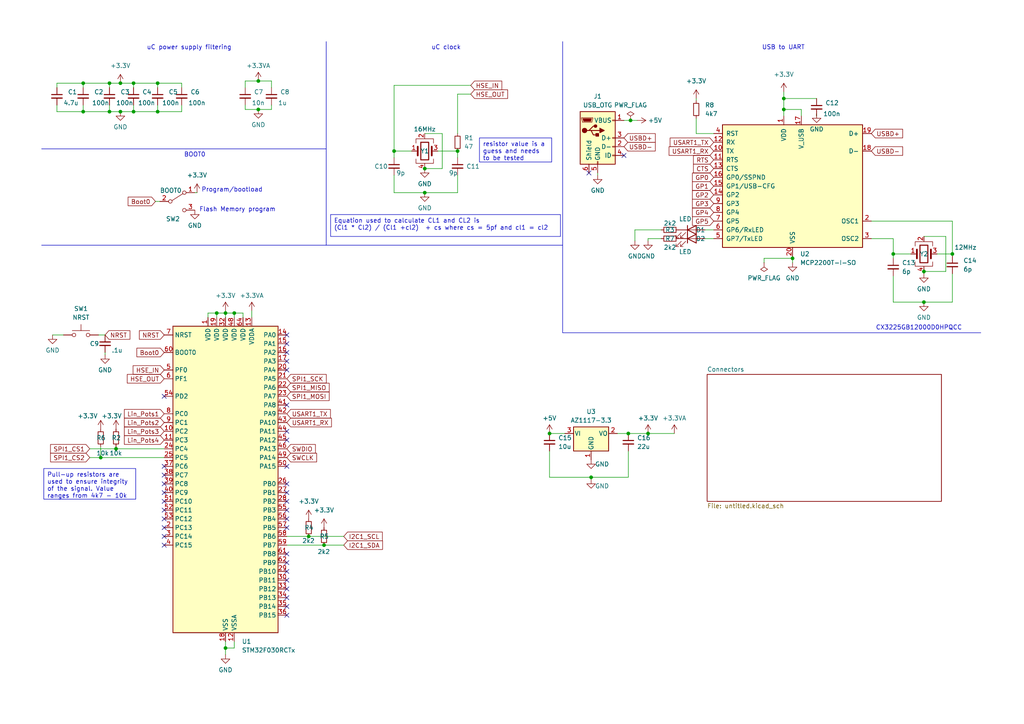
<source format=kicad_sch>
(kicad_sch (version 20230121) (generator eeschema)
  (paper "A4")
  (title_block (date "2023-10-29"))
  (lib_symbols
    (symbol "Connector:USB_OTG" (pin_names (offset 1.016))
      (property "Reference" "J" (at -5.08 11.43 0))
      (property "Value" "USB_OTG" (at -5.08 8.89 0))
      (symbol "USB_OTG_0_1"
        (rectangle (start -5.08 -7.62) (end 5.08 7.62) (stroke (width 0.254)) (fill (type background)))
        (circle (center -3.81 2.159) (radius 0.635) (stroke (width 0.254)) (fill (type outline)))
        (circle (center -0.635 3.429) (radius 0.381) (stroke (width 0.254)) (fill (type outline)))
        (rectangle (start -0.127 -7.62) (end 0.127 -6.858))
        (polyline (pts (xy -1.905 2.159) (xy 0.635 2.159)) (stroke (width 0.254)))
        (polyline (pts (xy -3.175 2.159) (xy -2.54 2.159) (xy -1.27 3.429) (xy -0.635 3.429)) (stroke (width 0.254)))
        (polyline (pts (xy -2.54 2.159) (xy -1.905 2.159) (xy -1.27 0.889) (xy 0 0.889)) (stroke (width 0.254)))
        (polyline (pts (xy 0.635 2.794) (xy 0.635 1.524) (xy 1.905 2.159) (xy 0.635 2.794)) (stroke (width 0.254)) (fill (type outline)))
        (polyline (pts (xy -4.318 5.588) (xy -1.778 5.588) (xy -2.032 4.826) (xy -4.064 4.826) (xy -4.318 5.588)) (fill (type outline)))
        (polyline (pts (xy -4.699 5.842) (xy -4.699 5.588) (xy -4.445 4.826) (xy -4.445 4.572) (xy -1.651 4.572) (xy -1.651 4.826) (xy -1.397 5.588) (xy -1.397 5.842) (xy -4.699 5.842)))
        (rectangle (start 0.254 1.27) (end -0.508 0.508) (stroke (width 0.254)) (fill (type outline)))
        (rectangle (start 5.08 -5.207) (end 4.318 -4.953))
        (rectangle (start 5.08 -2.667) (end 4.318 -2.413))
        (rectangle (start 5.08 -0.127) (end 4.318 0.127))
        (rectangle (start 5.08 4.953) (end 4.318 5.207))
      )
      (symbol "USB_OTG_1_1"
        (pin passive line (at 7.62 5.08 180) (length 2.54) (name "VBUS") (number "1"))
        (pin bidirectional line (at 7.62 -2.54 180) (length 2.54) (name "D-") (number "2"))
        (pin bidirectional line (at 7.62 0 180) (length 2.54) (name "D+") (number "3"))
        (pin passive line (at 7.62 -5.08 180) (length 2.54) (name "ID") (number "4"))
        (pin passive line (at 0 -10.16 90) (length 2.54) (name "GND") (number "5"))
        (pin passive line (at -2.54 -10.16 90) (length 2.54) (name "Shield") (number "6"))
      )
    )
    (symbol "Device:C_Small" (pin_numbers hide) (pin_names (offset 0.254) hide)
      (property "Reference" "C" (at 0.254 1.778 0))
      (property "Value" "C_Small" (at 0.254 -2.032 0))
      (symbol "C_Small_0_1"
        (polyline (pts (xy -1.524 -0.508) (xy 1.524 -0.508)) (stroke (width 0.3302)))
        (polyline (pts (xy -1.524 0.508) (xy 1.524 0.508)) (stroke (width 0.3048)))
      )
      (symbol "C_Small_1_1"
        (pin passive line (at 0 2.54 270) (length 2.032) (name "~") (number "1"))
        (pin passive line (at 0 -2.54 90) (length 2.032) (name "~") (number "2"))
      )
    )
    (symbol "Device:Crystal_GND24" (pin_names (offset 1.016) hide)
      (property "Reference" "Y" (at 3.175 5.08 0))
      (property "Value" "Crystal_GND24" (at 3.175 3.175 0))
      (symbol "Crystal_GND24_0_1"
        (rectangle (start -1.143 2.54) (end 1.143 -2.54) (stroke (width 0.3048)))
        (polyline (pts (xy -2.54 0) (xy -2.032 0)))
        (polyline (pts (xy -2.032 -1.27) (xy -2.032 1.27)) (stroke (width 0.508)))
        (polyline (pts (xy 0 -3.81) (xy 0 -3.556)))
        (polyline (pts (xy 0 3.556) (xy 0 3.81)))
        (polyline (pts (xy 2.032 -1.27) (xy 2.032 1.27)) (stroke (width 0.508)))
        (polyline (pts (xy 2.032 0) (xy 2.54 0)))
        (polyline (pts (xy -2.54 -2.286) (xy -2.54 -3.556) (xy 2.54 -3.556) (xy 2.54 -2.286)))
        (polyline (pts (xy -2.54 2.286) (xy -2.54 3.556) (xy 2.54 3.556) (xy 2.54 2.286)))
      )
      (symbol "Crystal_GND24_1_1"
        (pin passive line (at -3.81 0 0) (length 1.27) (name "1") (number "1"))
        (pin passive line (at 0 5.08 270) (length 1.27) (name "2") (number "2"))
        (pin passive line (at 3.81 0 180) (length 1.27) (name "3") (number "3"))
        (pin passive line (at 0 -5.08 90) (length 1.27) (name "4") (number "4"))
      )
    )
    (symbol "Device:LED" (pin_numbers hide) (pin_names (offset 1.016) hide)
      (property "Reference" "D" (at 0 2.54 0))
      (property "Value" "LED" (at 0 -2.54 0))
      (symbol "LED_0_1"
        (polyline (pts (xy -1.27 -1.27) (xy -1.27 1.27)) (stroke (width 0.254)))
        (polyline (pts (xy -1.27 0) (xy 1.27 0)))
        (polyline (pts (xy 1.27 -1.27) (xy 1.27 1.27) (xy -1.27 0) (xy 1.27 -1.27)) (stroke (width 0.254)))
        (polyline (pts (xy -3.048 -0.762) (xy -4.572 -2.286) (xy -3.81 -2.286) (xy -4.572 -2.286) (xy -4.572 -1.524)))
        (polyline (pts (xy -1.778 -0.762) (xy -3.302 -2.286) (xy -2.54 -2.286) (xy -3.302 -2.286) (xy -3.302 -1.524)))
      )
      (symbol "LED_1_1"
        (pin passive line (at -3.81 0 0) (length 2.54) (name "K") (number "1"))
        (pin passive line (at 3.81 0 180) (length 2.54) (name "A") (number "2"))
      )
    )
    (symbol "Device:R_Small" (pin_numbers hide) (pin_names (offset 0.254) hide)
      (property "Reference" "R" (at 0.762 0.508 0))
      (property "Value" "R_Small" (at 0.762 -1.016 0))
      (symbol "R_Small_0_1"
        (rectangle (start -0.762 1.778) (end 0.762 -1.778) (stroke (width 0.2032)))
      )
      (symbol "R_Small_1_1"
        (pin passive line (at 0 2.54 270) (length 0.762) (name "~") (number "1"))
        (pin passive line (at 0 -2.54 90) (length 0.762) (name "~") (number "2"))
      )
    )
    (symbol "Interface_USB:MCP2200T-I-SO" (pin_names (offset 1.016))
      (property "Reference" "U" (at -20.32 -19.05 0))
      (property "Value" "MCP2200T-I-SO" (at -20.32 19.05 0))
      (symbol "MCP2200T-I-SO_0_1"
        (rectangle (start -20.32 17.78) (end 20.32 -17.78) (stroke (width 0.254)) (fill (type background)))
      )
      (symbol "MCP2200T-I-SO_1_1"
        (pin power_in line (at -2.54 20.32 270) (length 2.54) (name "VDD") (number "1"))
        (pin output line (at -22.86 10.16 0) (length 2.54) (name "TX") (number "10"))
        (pin output line (at -22.86 7.62 0) (length 2.54) (name "RTS") (number "11"))
        (pin input line (at -22.86 12.7 0) (length 2.54) (name "RX") (number "12"))
        (pin input line (at -22.86 5.08 0) (length 2.54) (name "CTS") (number "13"))
        (pin bidirectional line (at -22.86 -2.54 0) (length 2.54) (name "GP2") (number "14"))
        (pin bidirectional line (at -22.86 0 0) (length 2.54) (name "GP1/USB-CFG") (number "15"))
        (pin bidirectional line (at -22.86 2.54 0) (length 2.54) (name "GP0/SSPND") (number "16"))
        (pin power_in line (at 2.54 20.32 270) (length 2.54) (name "V_USB") (number "17"))
        (pin bidirectional line (at 22.86 10.16 180) (length 2.54) (name "D-") (number "18"))
        (pin bidirectional line (at 22.86 15.24 180) (length 2.54) (name "D+") (number "19"))
        (pin input line (at 22.86 -10.16 180) (length 2.54) (name "OSC1") (number "2"))
        (pin power_in line (at 0 -20.32 90) (length 2.54) (name "VSS") (number "20"))
        (pin output line (at 22.86 -15.24 180) (length 2.54) (name "OSC2") (number "3"))
        (pin input line (at -22.86 15.24 0) (length 2.54) (name "RST") (number "4"))
        (pin bidirectional line (at -22.86 -15.24 0) (length 2.54) (name "GP7/TxLED") (number "5"))
        (pin bidirectional line (at -22.86 -12.7 0) (length 2.54) (name "GP6/RxLED") (number "6"))
        (pin bidirectional line (at -22.86 -10.16 0) (length 2.54) (name "GP5") (number "7"))
        (pin bidirectional line (at -22.86 -7.62 0) (length 2.54) (name "GP4") (number "8"))
        (pin bidirectional line (at -22.86 -5.08 0) (length 2.54) (name "GP3") (number "9"))
      )
    )
    (symbol "MCU_ST_STM32F0:STM32F030RCTx"
      (property "Reference" "U" (at -15.24 46.99 0))
      (property "Value" "STM32F030RCTx" (at 10.16 46.99 0))
      (symbol "STM32F030RCTx_0_1"
        (rectangle (start -15.24 -43.18) (end 15.24 45.72) (stroke (width 0.254)) (fill (type background)))
      )
      (symbol "STM32F030RCTx_1_1"
        (pin power_in line (at -5.08 48.26 270) (length 2.54) (name "VDD") (number "1"))
        (pin bidirectional line (at -17.78 15.24 0) (length 2.54) (name "PC2") (number "10"))
        (pin bidirectional line (at -17.78 12.7 0) (length 2.54) (name "PC3") (number "11"))
        (pin power_in line (at 2.54 -45.72 90) (length 2.54) (name "VSSA") (number "12"))
        (pin power_in line (at 7.62 48.26 270) (length 2.54) (name "VDDA") (number "13"))
        (pin bidirectional line (at 17.78 43.18 180) (length 2.54) (name "PA0") (number "14"))
        (pin bidirectional line (at 17.78 40.64 180) (length 2.54) (name "PA1") (number "15"))
        (pin bidirectional line (at 17.78 38.1 180) (length 2.54) (name "PA2") (number "16"))
        (pin bidirectional line (at 17.78 35.56 180) (length 2.54) (name "PA3") (number "17"))
        (pin power_in line (at 0 -45.72 90) (length 2.54) (name "VSS") (number "18"))
        (pin power_in line (at -2.54 48.26 270) (length 2.54) (name "VDD") (number "19"))
        (pin bidirectional line (at -17.78 -12.7 0) (length 2.54) (name "PC13") (number "2"))
        (pin bidirectional line (at 17.78 33.02 180) (length 2.54) (name "PA4") (number "20"))
        (pin bidirectional line (at 17.78 30.48 180) (length 2.54) (name "PA5") (number "21"))
        (pin bidirectional line (at 17.78 27.94 180) (length 2.54) (name "PA6") (number "22"))
        (pin bidirectional line (at 17.78 25.4 180) (length 2.54) (name "PA7") (number "23"))
        (pin bidirectional line (at -17.78 10.16 0) (length 2.54) (name "PC4") (number "24"))
        (pin bidirectional line (at -17.78 7.62 0) (length 2.54) (name "PC5") (number "25"))
        (pin bidirectional line (at 17.78 0 180) (length 2.54) (name "PB0") (number "26"))
        (pin bidirectional line (at 17.78 -2.54 180) (length 2.54) (name "PB1") (number "27"))
        (pin bidirectional line (at 17.78 -5.08 180) (length 2.54) (name "PB2") (number "28"))
        (pin bidirectional line (at 17.78 -25.4 180) (length 2.54) (name "PB10") (number "29"))
        (pin bidirectional line (at -17.78 -15.24 0) (length 2.54) (name "PC14") (number "3"))
        (pin bidirectional line (at 17.78 -27.94 180) (length 2.54) (name "PB11") (number "30"))
        (pin passive line (at 0 -45.72 90) (length 2.54) hide (name "VSS") (number "31"))
        (pin power_in line (at 0 48.26 270) (length 2.54) (name "VDD") (number "32"))
        (pin bidirectional line (at 17.78 -30.48 180) (length 2.54) (name "PB12") (number "33"))
        (pin bidirectional line (at 17.78 -33.02 180) (length 2.54) (name "PB13") (number "34"))
        (pin bidirectional line (at 17.78 -35.56 180) (length 2.54) (name "PB14") (number "35"))
        (pin bidirectional line (at 17.78 -38.1 180) (length 2.54) (name "PB15") (number "36"))
        (pin bidirectional line (at -17.78 5.08 0) (length 2.54) (name "PC6") (number "37"))
        (pin bidirectional line (at -17.78 2.54 0) (length 2.54) (name "PC7") (number "38"))
        (pin bidirectional line (at -17.78 0 0) (length 2.54) (name "PC8") (number "39"))
        (pin bidirectional line (at -17.78 -17.78 0) (length 2.54) (name "PC15") (number "4"))
        (pin bidirectional line (at -17.78 -2.54 0) (length 2.54) (name "PC9") (number "40"))
        (pin bidirectional line (at 17.78 22.86 180) (length 2.54) (name "PA8") (number "41"))
        (pin bidirectional line (at 17.78 20.32 180) (length 2.54) (name "PA9") (number "42"))
        (pin bidirectional line (at 17.78 17.78 180) (length 2.54) (name "PA10") (number "43"))
        (pin bidirectional line (at 17.78 15.24 180) (length 2.54) (name "PA11") (number "44"))
        (pin bidirectional line (at 17.78 12.7 180) (length 2.54) (name "PA12") (number "45"))
        (pin bidirectional line (at 17.78 10.16 180) (length 2.54) (name "PA13") (number "46"))
        (pin passive line (at 0 -45.72 90) (length 2.54) hide (name "VSS") (number "47"))
        (pin power_in line (at 2.54 48.26 270) (length 2.54) (name "VDD") (number "48"))
        (pin bidirectional line (at 17.78 7.62 180) (length 2.54) (name "PA14") (number "49"))
        (pin bidirectional line (at -17.78 33.02 0) (length 2.54) (name "PF0") (number "5"))
        (pin bidirectional line (at 17.78 5.08 180) (length 2.54) (name "PA15") (number "50"))
        (pin bidirectional line (at -17.78 -5.08 0) (length 2.54) (name "PC10") (number "51"))
        (pin bidirectional line (at -17.78 -7.62 0) (length 2.54) (name "PC11") (number "52"))
        (pin bidirectional line (at -17.78 -10.16 0) (length 2.54) (name "PC12") (number "53"))
        (pin bidirectional line (at -17.78 25.4 0) (length 2.54) (name "PD2") (number "54"))
        (pin bidirectional line (at 17.78 -7.62 180) (length 2.54) (name "PB3") (number "55"))
        (pin bidirectional line (at 17.78 -10.16 180) (length 2.54) (name "PB4") (number "56"))
        (pin bidirectional line (at 17.78 -12.7 180) (length 2.54) (name "PB5") (number "57"))
        (pin bidirectional line (at 17.78 -15.24 180) (length 2.54) (name "PB6") (number "58"))
        (pin bidirectional line (at 17.78 -17.78 180) (length 2.54) (name "PB7") (number "59"))
        (pin bidirectional line (at -17.78 30.48 0) (length 2.54) (name "PF1") (number "6"))
        (pin input line (at -17.78 38.1 0) (length 2.54) (name "BOOT0") (number "60"))
        (pin bidirectional line (at 17.78 -20.32 180) (length 2.54) (name "PB8") (number "61"))
        (pin bidirectional line (at 17.78 -22.86 180) (length 2.54) (name "PB9") (number "62"))
        (pin passive line (at 0 -45.72 90) (length 2.54) hide (name "VSS") (number "63"))
        (pin power_in line (at 5.08 48.26 270) (length 2.54) (name "VDD") (number "64"))
        (pin input line (at -17.78 43.18 0) (length 2.54) (name "NRST") (number "7"))
        (pin bidirectional line (at -17.78 20.32 0) (length 2.54) (name "PC0") (number "8"))
        (pin bidirectional line (at -17.78 17.78 0) (length 2.54) (name "PC1") (number "9"))
      )
    )
    (symbol "Regulator_Linear:AZ1117-3.3" (pin_names (offset 0.254))
      (property "Reference" "U" (at -3.81 3.175 0))
      (property "Value" "AZ1117-3.3" (at 0 3.175 0))
      (symbol "AZ1117-3.3_0_1"
        (rectangle (start -5.08 1.905) (end 5.08 -5.08) (stroke (width 0.254)) (fill (type background)))
      )
      (symbol "AZ1117-3.3_1_1"
        (pin power_in line (at 0 -7.62 90) (length 2.54) (name "GND") (number "1"))
        (pin power_out line (at 7.62 0 180) (length 2.54) (name "VO") (number "2"))
        (pin power_in line (at -7.62 0 0) (length 2.54) (name "VI") (number "3"))
      )
    )
    (symbol "Switch:SW_Push" (pin_numbers hide) (pin_names (offset 1.016) hide)
      (property "Reference" "SW" (at 1.27 2.54 0))
      (property "Value" "SW_Push" (at 0 -1.524 0))
      (symbol "SW_Push_0_1"
        (circle (center -2.032 0) (radius 0.508))
        (polyline (pts (xy 0 1.27) (xy 0 3.048)))
        (polyline (pts (xy 2.54 1.27) (xy -2.54 1.27)))
        (circle (center 2.032 0) (radius 0.508))
        (pin passive line (at -5.08 0 0) (length 2.54) (name "1") (number "1"))
        (pin passive line (at 5.08 0 180) (length 2.54) (name "2") (number "2"))
      )
    )
    (symbol "Switch:SW_SPDT" (pin_names (offset 0) hide)
      (property "Reference" "SW" (at 0 4.318 0))
      (property "Value" "SW_SPDT" (at 0 -5.08 0))
      (symbol "SW_SPDT_0_0"
        (circle (center -2.032 0) (radius 0.508))
        (circle (center 2.032 -2.54) (radius 0.508))
      )
      (symbol "SW_SPDT_0_1"
        (polyline (pts (xy -1.524 0.254) (xy 1.651 2.286)))
        (circle (center 2.032 2.54) (radius 0.508))
      )
      (symbol "SW_SPDT_1_1"
        (pin passive line (at 5.08 2.54 180) (length 2.54) (name "A") (number "1"))
        (pin passive line (at -5.08 0 0) (length 2.54) (name "B") (number "2"))
        (pin passive line (at 5.08 -2.54 180) (length 2.54) (name "C") (number "3"))
      )
    )
    (symbol "power:+3.3V" (power) (pin_names (offset 0))
      (property "Value" "+3.3V" (at 0 3.556 0))
      (symbol "+3.3V_0_1"
        (polyline (pts (xy -0.762 1.27) (xy 0 2.54)))
        (polyline (pts (xy 0 0) (xy 0 2.54)))
        (polyline (pts (xy 0 2.54) (xy 0.762 1.27)))
      )
      (symbol "+3.3V_1_1"
        (pin power_in line (at 0 0 90) (length 0) hide (name "+3.3V") (number "1"))
      )
    )
    (symbol "power:+3.3VA" (power) (pin_names (offset 0))
      (property "Value" "+3.3VA" (at 0 3.556 0))
      (symbol "+3.3VA_0_1"
        (polyline (pts (xy -0.762 1.27) (xy 0 2.54)))
        (polyline (pts (xy 0 0) (xy 0 2.54)))
        (polyline (pts (xy 0 2.54) (xy 0.762 1.27)))
      )
      (symbol "+3.3VA_1_1"
        (pin power_in line (at 0 0 90) (length 0) hide (name "+3.3VA") (number "1"))
      )
    )
    (symbol "power:+5V" (power) (pin_names (offset 0))
      (property "Value" "+5V" (at 0 3.556 0))
      (symbol "+5V_0_1"
        (polyline (pts (xy -0.762 1.27) (xy 0 2.54)))
        (polyline (pts (xy 0 0) (xy 0 2.54)))
        (polyline (pts (xy 0 2.54) (xy 0.762 1.27)))
      )
      (symbol "+5V_1_1"
        (pin power_in line (at 0 0 90) (length 0) hide (name "+5V") (number "1"))
      )
    )
    (symbol "power:GND" (power) (pin_names (offset 0))
      (property "Value" "GND" (at 0 -3.81 0))
      (symbol "GND_0_1"
        (polyline (pts (xy 0 0) (xy 0 -1.27) (xy 1.27 -1.27) (xy 0 -2.54) (xy -1.27 -1.27) (xy 0 -1.27)))
      )
      (symbol "GND_1_1"
        (pin power_in line (at 0 0 270) (length 0) hide (name "GND") (number "1"))
      )
    )
    (symbol "power:PWR_FLAG" (power) (pin_numbers hide) (pin_names (offset 0) hide)
      (property "Value" "PWR_FLAG" (at 0 3.81 0))
      (symbol "PWR_FLAG_0_0"
        (pin power_out line (at 0 0 90) (length 0) (name "pwr") (number "1"))
      )
      (symbol "PWR_FLAG_0_1"
        (polyline (pts (xy 0 0) (xy 0 1.27) (xy -1.016 1.905) (xy 0 2.54) (xy 1.016 1.905) (xy 0 1.27)))
      )
    )
  )
  (junction (at 123.19 48.895))
  (junction (at 182.88 34.925))
  (junction (at 45.72 24.13))
  (junction (at 29.21 132.715))
  (junction (at 31.75 32.385))
  (junction (at 114.3 43.815))
  (junction (at 229.87 74.93))
  (junction (at 67.945 90.805))
  (junction (at 31.75 24.13))
  (junction (at 187.96 125.73))
  (junction (at 34.925 24.13))
  (junction (at 38.735 24.13))
  (junction (at 171.45 138.43))
  (junction (at 132.715 43.815))
  (junction (at 74.93 23.495))
  (junction (at 38.735 32.385))
  (junction (at 45.72 32.385))
  (junction (at 259.08 73.66))
  (junction (at 267.97 78.74))
  (junction (at 182.245 125.73))
  (junction (at 227.33 28.575))
  (junction (at 24.13 24.13))
  (junction (at 159.385 125.73))
  (junction (at 34.925 32.385))
  (junction (at 65.405 187.96))
  (junction (at 89.535 155.575))
  (junction (at 74.93 31.75))
  (junction (at 123.19 55.88))
  (junction (at 227.33 31.75))
  (junction (at 65.405 90.805))
  (junction (at 276.225 73.66))
  (junction (at 267.97 87.63))
  (junction (at 62.865 90.805))
  (junction (at 33.655 130.175))
  (junction (at 24.13 32.385))
  (junction (at 93.98 158.115))
  (no_connect (at 83.185 168.275))
  (no_connect (at 83.185 173.355))
  (no_connect (at 83.185 142.875))
  (no_connect (at 83.185 147.955))
  (no_connect (at 47.625 153.035))
  (no_connect (at 47.625 155.575))
  (no_connect (at 47.625 147.955))
  (no_connect (at 47.625 114.935))
  (no_connect (at 83.185 135.255))
  (no_connect (at 83.185 170.815))
  (no_connect (at 83.185 140.335))
  (no_connect (at 83.185 125.095))
  (no_connect (at 83.185 163.195))
  (no_connect (at 83.185 102.235))
  (no_connect (at 180.975 45.085))
  (no_connect (at 83.185 153.035))
  (no_connect (at 83.185 145.415))
  (no_connect (at 83.185 107.315))
  (no_connect (at 47.625 158.115))
  (no_connect (at 83.185 150.495))
  (no_connect (at 83.185 175.895))
  (no_connect (at 47.625 135.255))
  (no_connect (at 170.815 50.165))
  (no_connect (at 83.185 178.435))
  (no_connect (at 83.185 165.735))
  (no_connect (at 47.625 150.495))
  (no_connect (at 83.185 160.655))
  (no_connect (at 83.185 127.635))
  (no_connect (at 47.625 140.335))
  (no_connect (at 47.625 145.415))
  (no_connect (at 83.185 97.155))
  (no_connect (at 47.625 142.875))
  (no_connect (at 83.185 117.475))
  (no_connect (at 83.185 104.775))
  (no_connect (at 83.185 99.695))
  (no_connect (at 47.625 137.795))
  (polyline (pts (xy 94.615 71.12) (xy 163.195 71.12)))
  (wire (pts (xy 119.38 43.815) (xy 114.3 43.815)))
  (wire (pts (xy 184.785 34.925) (xy 182.88 34.925)))
  (wire (pts (xy 34.925 24.13) (xy 38.735 24.13)))
  (wire (pts (xy 99.695 158.115) (xy 93.98 158.115)))
  (wire (pts (xy 78.74 31.75) (xy 78.74 30.48)))
  (wire (pts (xy 16.51 32.385) (xy 24.13 32.385)))
  (wire (pts (xy 33.655 130.175) (xy 47.625 130.175)))
  (wire (pts (xy 132.715 45.72) (xy 132.715 43.815)))
  (polyline (pts (xy 163.195 96.52) (xy 284.48 96.52)))
  (wire (pts (xy 114.3 55.88) (xy 123.19 55.88)))
  (wire (pts (xy 123.19 38.735) (xy 128.27 38.735)))
  (wire (pts (xy 123.19 55.88) (xy 132.715 55.88)))
  (wire (pts (xy 191.77 66.675) (xy 184.15 66.675)))
  (wire (pts (xy 128.27 38.735) (xy 128.27 48.895)))
  (wire (pts (xy 60.325 92.075) (xy 60.325 90.805)))
  (wire (pts (xy 114.3 24.765) (xy 136.525 24.765)))
  (wire (pts (xy 93.98 158.115) (xy 83.185 158.115)))
  (wire (pts (xy 29.21 129.54) (xy 29.21 132.715)))
  (wire (pts (xy 33.655 129.54) (xy 33.655 130.175)))
  (wire (pts (xy 132.715 55.88) (xy 132.715 50.8)))
  (wire (pts (xy 99.695 155.575) (xy 89.535 155.575)))
  (wire (pts (xy 65.405 90.17) (xy 65.405 90.805)))
  (wire (pts (xy 26.035 132.715) (xy 29.21 132.715)))
  (wire (pts (xy 171.45 139.065) (xy 171.45 138.43)))
  (wire (pts (xy 182.245 138.43) (xy 182.245 130.81)))
  (wire (pts (xy 38.735 24.13) (xy 45.72 24.13)))
  (wire (pts (xy 89.535 155.575) (xy 83.185 155.575)))
  (wire (pts (xy 78.74 23.495) (xy 78.74 25.4)))
  (wire (pts (xy 15.24 97.155) (xy 18.415 97.155)))
  (wire (pts (xy 31.75 24.13) (xy 34.925 24.13)))
  (wire (pts (xy 38.735 25.4) (xy 38.735 24.13)))
  (wire (pts (xy 26.035 130.175) (xy 33.655 130.175)))
  (wire (pts (xy 267.97 87.63) (xy 276.225 87.63)))
  (wire (pts (xy 16.51 30.48) (xy 16.51 32.385)))
  (wire (pts (xy 71.12 31.75) (xy 74.93 31.75)))
  (wire (pts (xy 62.865 90.805) (xy 65.405 90.805)))
  (wire (pts (xy 159.385 138.43) (xy 171.45 138.43)))
  (wire (pts (xy 267.97 79.375) (xy 267.97 78.74)))
  (wire (pts (xy 114.3 43.815) (xy 114.3 45.72)))
  (polyline (pts (xy 94.615 12.065) (xy 94.615 43.18)))
  (wire (pts (xy 276.225 74.295) (xy 276.225 73.66)))
  (wire (pts (xy 232.41 31.75) (xy 232.41 33.655)))
  (wire (pts (xy 24.13 24.13) (xy 24.13 25.4)))
  (wire (pts (xy 276.225 87.63) (xy 276.225 79.375)))
  (wire (pts (xy 182.88 34.925) (xy 180.975 34.925)))
  (wire (pts (xy 52.705 24.13) (xy 52.705 25.4)))
  (wire (pts (xy 45.72 32.385) (xy 52.705 32.385)))
  (wire (pts (xy 259.08 80.01) (xy 259.08 87.63)))
  (wire (pts (xy 38.735 32.385) (xy 45.72 32.385)))
  (wire (pts (xy 132.715 43.815) (xy 127 43.815)))
  (wire (pts (xy 16.51 24.13) (xy 24.13 24.13)))
  (wire (pts (xy 184.15 66.675) (xy 184.15 69.85)))
  (wire (pts (xy 71.12 23.495) (xy 74.93 23.495)))
  (wire (pts (xy 259.08 69.215) (xy 252.73 69.215)))
  (wire (pts (xy 182.245 125.73) (xy 187.96 125.73)))
  (wire (pts (xy 132.715 27.305) (xy 132.715 38.735)))
  (wire (pts (xy 65.405 90.805) (xy 65.405 92.075)))
  (wire (pts (xy 67.945 186.055) (xy 67.945 187.96)))
  (wire (pts (xy 16.51 25.4) (xy 16.51 24.13)))
  (wire (pts (xy 179.07 125.73) (xy 182.245 125.73)))
  (wire (pts (xy 259.08 74.93) (xy 259.08 73.66)))
  (wire (pts (xy 259.08 73.66) (xy 264.16 73.66)))
  (wire (pts (xy 201.93 28.575) (xy 201.93 29.21)))
  (wire (pts (xy 221.615 76.2) (xy 221.615 74.93)))
  (wire (pts (xy 24.13 30.48) (xy 24.13 32.385)))
  (wire (pts (xy 62.865 90.805) (xy 62.865 92.075)))
  (wire (pts (xy 114.3 43.815) (xy 114.3 24.765)))
  (wire (pts (xy 65.405 90.805) (xy 67.945 90.805)))
  (wire (pts (xy 57.15 55.88) (xy 56.515 55.88)))
  (wire (pts (xy 30.48 102.87) (xy 30.48 102.235)))
  (polyline (pts (xy 12.065 71.12) (xy 94.615 71.12)))
  (wire (pts (xy 187.96 69.215) (xy 191.77 69.215)))
  (wire (pts (xy 204.47 69.215) (xy 207.01 69.215)))
  (wire (pts (xy 236.855 33.655) (xy 236.855 33.02)))
  (wire (pts (xy 60.325 90.805) (xy 62.865 90.805)))
  (wire (pts (xy 71.12 30.48) (xy 71.12 31.75)))
  (wire (pts (xy 38.735 30.48) (xy 38.735 32.385)))
  (wire (pts (xy 276.225 64.135) (xy 252.73 64.135)))
  (wire (pts (xy 274.32 68.58) (xy 274.32 78.74)))
  (wire (pts (xy 159.385 130.81) (xy 159.385 138.43)))
  (wire (pts (xy 31.75 24.13) (xy 31.75 25.4)))
  (wire (pts (xy 45.72 24.13) (xy 45.72 25.4)))
  (wire (pts (xy 259.08 87.63) (xy 267.97 87.63)))
  (wire (pts (xy 227.33 31.75) (xy 227.33 33.655)))
  (wire (pts (xy 171.45 138.43) (xy 182.245 138.43)))
  (wire (pts (xy 201.93 38.735) (xy 207.01 38.735)))
  (wire (pts (xy 67.945 90.805) (xy 70.485 90.805)))
  (wire (pts (xy 276.225 73.66) (xy 271.78 73.66)))
  (wire (pts (xy 204.47 66.675) (xy 207.01 66.675)))
  (wire (pts (xy 31.75 30.48) (xy 31.75 32.385)))
  (wire (pts (xy 187.96 125.73) (xy 195.58 125.73)))
  (wire (pts (xy 24.13 24.13) (xy 31.75 24.13)))
  (wire (pts (xy 45.085 58.42) (xy 46.355 58.42)))
  (wire (pts (xy 276.225 73.66) (xy 276.225 64.135)))
  (wire (pts (xy 201.93 34.29) (xy 201.93 38.735)))
  (wire (pts (xy 128.27 48.895) (xy 123.19 48.895)))
  (wire (pts (xy 45.72 24.13) (xy 52.705 24.13)))
  (polyline (pts (xy 94.615 43.18) (xy 94.615 71.12)))
  (polyline (pts (xy 12.065 43.18) (xy 94.615 43.18)))
  (wire (pts (xy 229.87 74.295) (xy 229.87 74.93)))
  (wire (pts (xy 187.96 69.215) (xy 187.96 69.85)))
  (wire (pts (xy 31.75 32.385) (xy 34.925 32.385)))
  (wire (pts (xy 227.33 28.575) (xy 227.33 31.75)))
  (wire (pts (xy 159.385 125.73) (xy 163.83 125.73)))
  (wire (pts (xy 267.97 68.58) (xy 274.32 68.58)))
  (wire (pts (xy 71.12 25.4) (xy 71.12 23.495)))
  (wire (pts (xy 29.21 132.715) (xy 47.625 132.715)))
  (wire (pts (xy 259.08 73.66) (xy 259.08 69.215)))
  (wire (pts (xy 73.025 90.17) (xy 73.025 92.075)))
  (wire (pts (xy 74.93 31.75) (xy 78.74 31.75)))
  (wire (pts (xy 132.715 27.305) (xy 136.525 27.305)))
  (wire (pts (xy 34.925 32.385) (xy 38.735 32.385)))
  (wire (pts (xy 67.945 90.805) (xy 67.945 92.075)))
  (wire (pts (xy 229.87 74.93) (xy 229.87 76.2)))
  (wire (pts (xy 52.705 32.385) (xy 52.705 30.48)))
  (wire (pts (xy 274.32 78.74) (xy 267.97 78.74)))
  (wire (pts (xy 74.93 23.495) (xy 78.74 23.495)))
  (wire (pts (xy 28.575 97.155) (xy 30.48 97.155)))
  (wire (pts (xy 70.485 90.805) (xy 70.485 92.075)))
  (wire (pts (xy 221.615 74.93) (xy 229.87 74.93)))
  (wire (pts (xy 173.355 50.165) (xy 173.355 50.8)))
  (wire (pts (xy 45.72 30.48) (xy 45.72 32.385)))
  (wire (pts (xy 67.945 187.96) (xy 65.405 187.96)))
  (wire (pts (xy 114.3 50.8) (xy 114.3 55.88)))
  (wire (pts (xy 65.405 187.96) (xy 65.405 189.865)))
  (wire (pts (xy 227.33 31.75) (xy 232.41 31.75)))
  (wire (pts (xy 24.13 32.385) (xy 31.75 32.385)))
  (wire (pts (xy 227.33 28.575) (xy 236.855 28.575)))
  (wire (pts (xy 65.405 186.055) (xy 65.405 187.96)))
  (wire (pts (xy 227.33 26.67) (xy 227.33 28.575)))
  (polyline (pts (xy 163.195 12.065) (xy 163.195 96.52)))
  (text_box "Equation used to calculate CL1 and CL2 is \n(Cl1 * Cl2) / (Cl1 +cl2)  + cs where cs = 5pf and cl1 = cl2\n" (at 95.885 62.23 0) (size 66.675 6.35) (effects (font (size 1.27 1.27)) (justify left top)))
  (text_box "Pull-up resistors are used to ensure integrity of the signal. Value ranges from 4k7 - 10k\n" (at 12.7 135.89 0) (size 26.67 8.89) (effects (font (size 1.27 1.27)) (justify left top)))
  (text_box "resistor value is a guess and needs to be tested\n" (at 139.065 40.005 0) (size 20.955 6.985) (effects (font (size 1.27 1.27)) (justify left top)))
  (text "CX3225GB12000D0HPQCC" (at 254 95.885 0) (effects (font (size 1.27 1.27)) (justify left bottom)))
  (text "USB to UART\n" (at 220.98 14.605 0) (effects (font (size 1.27 1.27)) (justify left bottom)))
  (text "Program/bootload\n" (at 58.42 55.88 0) (effects (font (size 1.27 1.27)) (justify left bottom)))
  (text "uC power supply filtering\n" (at 42.545 14.605 0) (effects (font (size 1.27 1.27)) (justify left bottom)))
  (text "uC clock\n" (at 125.095 14.605 0) (effects (font (size 1.27 1.27)) (justify left bottom)))
  (text "Flash Memory program\n" (at 57.785 61.595 0) (effects (font (size 1.27 1.27)) (justify left bottom)))
  (text "BOOT0 \n" (at 53.34 45.72 0) (effects (font (size 1.27 1.27)) (justify left bottom)))
  (global_label "GP4" (shape input) (at 207.01 61.595 180) (property "Intersheetrefs" "${INTERSHEET_REFS}" (effects hide)))
  (global_label "RTS" (shape input) (at 207.01 46.355 180) (property "Intersheetrefs" "${INTERSHEET_REFS}" (effects hide)))
  (global_label "USBD+" (shape input) (at 252.73 38.735 0) (property "Intersheetrefs" "${INTERSHEET_REFS}" (effects hide)))
  (global_label "HSE_IN" (shape input) (at 136.525 24.765 0) (property "Intersheetrefs" "${INTERSHEET_REFS}" (effects hide)))
  (global_label "GP3" (shape input) (at 207.01 59.055 180) (property "Intersheetrefs" "${INTERSHEET_REFS}" (effects hide)))
  (global_label "NRST" (shape input) (at 47.625 97.155 180) (property "Intersheetrefs" "${INTERSHEET_REFS}" (effects hide)))
  (global_label "NRST" (shape input) (at 30.48 97.155 0) (property "Intersheetrefs" "${INTERSHEET_REFS}" (effects hide)))
  (global_label "SPI1_MOSI" (shape input) (at 83.185 114.935 0) (property "Intersheetrefs" "${INTERSHEET_REFS}" (effects hide)))
  (global_label "HSE_OUT" (shape input) (at 47.625 109.855 180) (property "Intersheetrefs" "${INTERSHEET_REFS}" (effects hide)))
  (global_label "Lin_Pots3" (shape input) (at 47.625 125.095 180) (property "Intersheetrefs" "${INTERSHEET_REFS}" (effects hide)))
  (global_label "GP2" (shape input) (at 207.01 56.515 180) (property "Intersheetrefs" "${INTERSHEET_REFS}" (effects hide)))
  (global_label "Boot0" (shape input) (at 45.085 58.42 180) (property "Intersheetrefs" "${INTERSHEET_REFS}" (effects hide)))
  (global_label "USART1_TX" (shape input) (at 207.01 41.275 180) (property "Intersheetrefs" "${INTERSHEET_REFS}" (effects hide)))
  (global_label "USART1_RX" (shape input) (at 207.01 43.815 180) (property "Intersheetrefs" "${INTERSHEET_REFS}" (effects hide)))
  (global_label "GP5" (shape input) (at 207.01 64.135 180) (property "Intersheetrefs" "${INTERSHEET_REFS}" (effects hide)))
  (global_label "USBD-" (shape input) (at 180.975 42.545 0) (property "Intersheetrefs" "${INTERSHEET_REFS}" (effects hide)))
  (global_label "SPI1_SCK" (shape input) (at 83.185 109.855 0) (property "Intersheetrefs" "${INTERSHEET_REFS}" (effects hide)))
  (global_label "USART1_RX" (shape input) (at 83.185 122.555 0) (property "Intersheetrefs" "${INTERSHEET_REFS}" (effects hide)))
  (global_label "SPI1_MISO" (shape input) (at 83.185 112.395 0) (property "Intersheetrefs" "${INTERSHEET_REFS}" (effects hide)))
  (global_label "SPI1_CS2" (shape input) (at 26.035 132.715 180) (property "Intersheetrefs" "${INTERSHEET_REFS}" (effects hide)))
  (global_label "I2C1_SCL" (shape input) (at 99.695 155.575 0) (property "Intersheetrefs" "${INTERSHEET_REFS}" (effects hide)))
  (global_label "HSE_OUT" (shape input) (at 136.525 27.305 0) (property "Intersheetrefs" "${INTERSHEET_REFS}" (effects hide)))
  (global_label "Lin_Pots1" (shape input) (at 47.625 120.015 180) (property "Intersheetrefs" "${INTERSHEET_REFS}" (effects hide)))
  (global_label "GP0" (shape input) (at 207.01 51.435 180) (property "Intersheetrefs" "${INTERSHEET_REFS}" (effects hide)))
  (global_label "SWDIO" (shape input) (at 83.185 130.175 0) (property "Intersheetrefs" "${INTERSHEET_REFS}" (effects hide)))
  (global_label "USBD-" (shape input) (at 252.73 43.815 0) (property "Intersheetrefs" "${INTERSHEET_REFS}" (effects hide)))
  (global_label "USBD+" (shape input) (at 180.975 40.005 0) (property "Intersheetrefs" "${INTERSHEET_REFS}" (effects hide)))
  (global_label "I2C1_SDA" (shape input) (at 99.695 158.115 0) (property "Intersheetrefs" "${INTERSHEET_REFS}" (effects hide)))
  (global_label "HSE_IN" (shape input) (at 47.625 107.315 180) (property "Intersheetrefs" "${INTERSHEET_REFS}" (effects hide)))
  (global_label "CTS" (shape input) (at 207.01 48.895 180) (property "Intersheetrefs" "${INTERSHEET_REFS}" (effects hide)))
  (global_label "GP1" (shape input) (at 207.01 53.975 180) (property "Intersheetrefs" "${INTERSHEET_REFS}" (effects hide)))
  (global_label "SWCLK" (shape input) (at 83.185 132.715 0) (property "Intersheetrefs" "${INTERSHEET_REFS}" (effects hide)))
  (global_label "USART1_TX" (shape input) (at 83.185 120.015 0) (property "Intersheetrefs" "${INTERSHEET_REFS}" (effects hide)))
  (global_label "Lin_Pots2" (shape input) (at 47.625 122.555 180) (property "Intersheetrefs" "${INTERSHEET_REFS}" (effects hide)))
  (global_label "Lin_Pots4" (shape input) (at 47.625 127.635 180) (property "Intersheetrefs" "${INTERSHEET_REFS}" (effects hide)))
  (global_label "SPI1_CS1" (shape input) (at 26.035 130.175 180) (property "Intersheetrefs" "${INTERSHEET_REFS}" (effects hide)))
  (global_label "Boot0" (shape input) (at 47.625 102.235 180) (property "Intersheetrefs" "${INTERSHEET_REFS}" (effects hide)))
  (symbol (lib_id "power:+3.3VA") (at 74.93 23.495 0) (unit 1)
    (property "Reference" "#PWR02" (effects hide))
    (property "Value" "+3.3VA" (at 74.93 19.05 0))
  )
  (symbol (lib_id "power:GND") (at 267.97 79.375 0) (unit 1)
    (property "Reference" "#PWR024" (effects hide))
    (property "Value" "GND" (at 267.97 83.82 0))
  )
  (symbol (lib_id "power:GND") (at 65.405 189.865 0) (unit 1)
    (property "Reference" "#PWR014" (effects hide))
    (property "Value" "GND" (at 65.405 194.31 0))
  )
  (symbol (lib_id "power:GND") (at 123.19 48.895 0) (unit 1)
    (property "Reference" "#PWR011" (effects hide))
    (property "Value" "GND" (at 123.19 53.34 0))
  )
  (symbol (lib_id "Device:R_Small") (at 201.93 31.75 180) (unit 1)
    (property "Reference" "R8" (at 204.47 30.48 0) (effects (justify right)))
    (property "Value" "4k7" (at 204.47 33.02 0) (effects (justify right)))
    (property "Footprint" "Resistor_SMD:R_0603_1608Metric" (effects hide))
  )
  (symbol (lib_id "power:+3.3V") (at 34.925 24.13 0) (unit 1)
    (property "Reference" "#PWR01" (effects hide))
    (property "Value" "+3.3V" (at 34.925 19.05 0))
  )
  (symbol (lib_id "power:+5V") (at 159.385 125.73 0) (unit 1)
    (property "Reference" "#PWR039" (effects hide))
    (property "Value" "+5V" (at 159.385 121.285 0))
  )
  (symbol (lib_id "Device:C_Small") (at 259.08 77.47 0) (unit 1)
    (property "Reference" "C13" (at 261.62 76.2063 0) (effects (justify left)))
    (property "Value" "6p" (at 261.62 78.7463 0) (effects (justify left)))
    (property "Footprint" "Capacitor_SMD:C_0603_1608Metric" (effects hide))
  )
  (symbol (lib_id "power:GND") (at 30.48 102.87 0) (unit 1)
    (property "Reference" "#PWR08" (effects hide))
    (property "Value" "GND" (at 30.48 107.315 0))
  )
  (symbol (lib_id "power:+3.3V") (at 57.15 55.88 0) (unit 1)
    (property "Reference" "#PWR09" (effects hide))
    (property "Value" "+3.3V" (at 57.15 50.8 0))
  )
  (symbol (lib_id "Device:C_Small") (at 159.385 128.27 0) (unit 1)
    (property "Reference" "C15" (at 161.925 127.0063 0) (effects (justify left)))
    (property "Value" "10u" (at 161.925 129.5463 0) (effects (justify left)))
  )
  (symbol (lib_id "Device:C_Small") (at 276.225 76.835 0) (unit 1)
    (property "Reference" "C14" (at 279.4 75.5713 0) (effects (justify left)))
    (property "Value" "6p" (at 279.4 78.1113 0) (effects (justify left)))
    (property "Footprint" "Capacitor_SMD:C_0603_1608Metric" (effects hide))
  )
  (symbol (lib_id "MCU_ST_STM32F0:STM32F030RCTx") (at 65.405 140.335 0) (unit 1)
    (property "Reference" "U1" (at 70.1391 186.055 0) (effects (justify left)))
    (property "Value" "STM32F030RCTx" (at 70.1391 188.595 0) (effects (justify left)))
    (property "Footprint" "Package_QFP:LQFP-64_10x10mm_P0.5mm" (effects hide))
    (property "Datasheet" "https://www.st.com/resource/en/datasheet/stm32f030rc.pdf" (effects hide))
  )
  (symbol (lib_id "Regulator_Linear:AZ1117-3.3") (at 171.45 125.73 0) (unit 1)
    (property "Reference" "U3" (at 171.45 119.38 0))
    (property "Value" "AZ1117-3.3" (at 171.45 121.92 0))
    (property "Datasheet" "https://www.diodes.com/assets/Datasheets/AZ1117.pdf" (effects hide))
  )
  (symbol (lib_id "power:+3.3VA") (at 195.58 125.73 0) (unit 1)
    (property "Reference" "#PWR041" (effects hide))
    (property "Value" "+3.3VA" (at 195.58 121.285 0))
  )
  (symbol (lib_id "Device:LED") (at 200.66 66.675 0) (unit 1)
    (property "Reference" "D1" (at 203.2 66.675 0))
    (property "Value" "LED" (at 198.755 63.5 0))
    (property "Footprint" "LED_SMD:LED_0603_1608Metric" (effects hide))
  )
  (symbol (lib_id "power:+3.3V") (at 65.405 90.17 0) (unit 1)
    (property "Reference" "#PWR06" (effects hide))
    (property "Value" "+3.3V" (at 65.405 85.725 0))
  )
  (symbol (lib_id "power:+3.3V") (at 93.98 153.035 0) (unit 1)
    (property "Reference" "#PWR016" (effects hide))
    (property "Value" "+3.3V" (at 93.98 147.955 0))
  )
  (symbol (lib_id "Device:C_Small") (at 31.75 27.94 0) (unit 1)
    (property "Reference" "C3" (at 34.925 26.6763 0) (effects (justify left)))
    (property "Value" "100n" (at 33.655 29.845 0) (effects (justify left)))
    (property "Footprint" "Capacitor_SMD:C_0603_1608Metric" (effects hide))
  )
  (symbol (lib_id "Device:C_Small") (at 45.72 27.94 0) (unit 1)
    (property "Reference" "C5" (at 48.895 26.6763 0) (effects (justify left)))
    (property "Value" "100n" (at 46.99 29.845 0) (effects (justify left)))
    (property "Footprint" "Capacitor_SMD:C_0603_1608Metric" (effects hide))
  )
  (symbol (lib_id "power:GND") (at 229.87 76.2 0) (unit 1)
    (property "Reference" "#PWR021" (effects hide))
    (property "Value" "GND" (at 229.87 80.645 0))
  )
  (symbol (lib_id "Device:Crystal_GND24") (at 267.97 73.66 0) (unit 1)
    (property "Reference" "Y2" (at 267.97 73.66 0))
    (property "Value" "12MHz" (at 280.035 71.755 0))
    (property "Footprint" "Crystal:Crystal_SMD_3225-4Pin_3.2x2.5mm" (effects hide))
  )
  (symbol (lib_id "power:+3.3V") (at 29.21 124.46 0) (unit 1)
    (property "Reference" "#PWR017" (effects hide))
    (property "Value" "+3.3V" (at 25.4 120.65 0))
  )
  (symbol (lib_id "power:+3.3V") (at 227.33 26.67 0) (unit 1)
    (property "Reference" "#PWR020" (effects hide))
    (property "Value" "+3.3V" (at 227.33 21.59 0))
  )
  (symbol (lib_id "power:+3.3V") (at 89.535 150.495 0) (unit 1)
    (property "Reference" "#PWR015" (effects hide))
    (property "Value" "+3.3V" (at 89.535 145.415 0))
  )
  (symbol (lib_id "Interface_USB:MCP2200T-I-SO") (at 229.87 53.975 0) (unit 1)
    (property "Reference" "U2" (at 232.0641 73.66 0) (effects (justify left)))
    (property "Value" "MCP2200T-I-SO" (at 232.0641 76.2 0) (effects (justify left)))
    (property "Footprint" "Package_SO:SOIC-20W_7.5x12.8mm_P1.27mm" (effects hide))
    (property "Datasheet" "http://ww1.microchip.com/downloads/en/DeviceDoc/200022228D.pdf" (effects hide))
  )
  (symbol (lib_id "Device:Crystal_GND24") (at 123.19 43.815 0) (unit 1)
    (property "Reference" "Y1" (at 123.19 43.815 0))
    (property "Value" "16MHz" (at 123.19 37.465 0))
    (property "Footprint" "Crystal:Crystal_SMD_3225-4Pin_3.2x2.5mm" (effects hide))
  )
  (symbol (lib_id "Connector:USB_OTG") (at 173.355 40.005 0) (unit 1)
    (property "Reference" "J1" (at 173.355 27.94 0))
    (property "Value" "USB_OTG" (at 173.355 30.48 0))
    (property "Footprint" "Connector_USB:USB_Mini-B_Lumberg_2486_01_Horizontal" (effects hide))
    (property "Datasheet" " ~" (effects hide))
  )
  (symbol (lib_id "power:GND") (at 56.515 60.96 0) (unit 1)
    (property "Reference" "#PWR010" (effects hide))
    (property "Value" "GND" (at 56.515 65.405 0))
  )
  (symbol (lib_id "power:GND") (at 267.97 87.63 0) (unit 1)
    (property "Reference" "#PWR027" (effects hide))
    (property "Value" "GND" (at 267.97 92.075 0))
  )
  (symbol (lib_id "power:+3.3V") (at 187.96 125.73 0) (unit 1)
    (property "Reference" "#PWR040" (effects hide))
    (property "Value" "+3.3V" (at 187.96 121.285 0))
  )
  (symbol (lib_id "Device:C_Small") (at 16.51 27.94 0) (unit 1)
    (property "Reference" "C1" (at 19.685 26.6763 0) (effects (justify left)))
    (property "Value" "4.7u" (at 18.415 29.845 0) (effects (justify left)))
    (property "Footprint" "Capacitor_SMD:C_0603_1608Metric" (effects hide))
  )
  (symbol (lib_id "power:+5V") (at 184.785 34.925 270) (unit 1)
    (property "Reference" "#PWR019" (effects hide))
    (property "Value" "+5V" (at 187.96 34.925 90) (effects (justify left)))
  )
  (symbol (lib_id "power:GND") (at 171.45 133.35 0) (unit 1)
    (property "Reference" "#PWR038" (effects hide))
    (property "Value" "GND" (at 174.625 134.62 0))
  )
  (symbol (lib_id "Switch:SW_Push") (at 23.495 97.155 0) (unit 1)
    (property "Reference" "SW1" (at 23.495 89.535 0))
    (property "Value" "NRST" (at 23.495 92.075 0))
    (property "Footprint" "Button_Switch_SMD:SW_SPST_PTS645" (effects hide))
  )
  (symbol (lib_id "Device:C_Small") (at 132.715 48.26 0) (unit 1)
    (property "Reference" "C11" (at 135.255 48.26 0) (effects (justify left)))
    (property "Value" "9p" (at 130.175 50.165 0) (effects (justify left)))
    (property "Footprint" "Capacitor_SMD:C_0603_1608Metric" (effects hide))
  )
  (symbol (lib_id "Device:R_Small") (at 194.31 69.215 90) (unit 1)
    (property "Reference" "R7" (at 194.31 69.215 90))
    (property "Value" "2k2" (at 194.31 71.755 90))
    (property "Footprint" "Resistor_SMD:R_0603_1608Metric" (effects hide))
  )
  (symbol (lib_id "Device:C_Small") (at 30.48 99.695 0) (unit 1)
    (property "Reference" "C9" (at 26.035 99.695 0) (effects (justify left)))
    (property "Value" ".1u" (at 32.385 101.6 0) (effects (justify left)))
    (property "Footprint" "Capacitor_SMD:C_0603_1608Metric" (effects hide))
  )
  (symbol (lib_id "Device:R_Small") (at 33.655 127 0) (unit 1)
    (property "Reference" "R2" (at 32.385 127 0) (effects (justify left)))
    (property "Value" "10k" (at 31.75 131.445 0) (effects (justify left)))
    (property "Footprint" "Resistor_SMD:R_0603_1608Metric" (effects hide))
  )
  (symbol (lib_id "Device:LED") (at 200.66 69.215 0) (unit 1)
    (property "Reference" "D2" (at 203.2 69.215 0))
    (property "Value" "LED" (at 198.755 73.025 0))
    (property "Footprint" "LED_SMD:LED_0603_1608Metric" (effects hide))
  )
  (symbol (lib_id "power:+3.3V") (at 201.93 28.575 0) (unit 1)
    (property "Reference" "#PWR026" (effects hide))
    (property "Value" "+3.3V" (at 201.93 23.495 0))
  )
  (symbol (lib_id "power:+3.3VA") (at 73.025 90.17 0) (unit 1)
    (property "Reference" "#PWR05" (effects hide))
    (property "Value" "+3.3VA" (at 73.025 85.725 0))
  )
  (symbol (lib_id "Device:C_Small") (at 236.855 31.115 0) (unit 1)
    (property "Reference" "C12" (at 239.395 29.8513 0) (effects (justify left)))
    (property "Value" "100n" (at 238.76 33.02 0) (effects (justify left)))
    (property "Footprint" "Capacitor_SMD:C_0603_1608Metric" (effects hide))
  )
  (symbol (lib_id "Device:R_Small") (at 29.21 127 0) (unit 1)
    (property "Reference" "R6" (at 27.94 127 0) (effects (justify left)))
    (property "Value" "10k" (at 27.94 131.445 0) (effects (justify left)))
    (property "Footprint" "Resistor_SMD:R_0603_1608Metric" (effects hide))
  )
  (symbol (lib_id "power:GND") (at 123.19 55.88 0) (unit 1)
    (property "Reference" "#PWR012" (effects hide))
    (property "Value" "GND" (at 123.19 60.325 0))
  )
  (symbol (lib_id "power:GND") (at 74.93 31.75 0) (unit 1)
    (property "Reference" "#PWR04" (effects hide))
    (property "Value" "GND" (at 74.93 36.195 0))
  )
  (symbol (lib_id "Device:C_Small") (at 52.705 27.94 0) (unit 1)
    (property "Reference" "C6" (at 55.245 26.6763 0) (effects (justify left)))
    (property "Value" "100n" (at 54.61 29.845 0) (effects (justify left)))
    (property "Footprint" "Capacitor_SMD:C_0603_1608Metric" (effects hide))
  )
  (symbol (lib_id "power:GND") (at 187.96 69.85 0) (unit 1)
    (property "Reference" "#PWR023" (effects hide))
    (property "Value" "GND" (at 187.96 74.295 0))
  )
  (symbol (lib_id "power:GND") (at 184.15 69.85 0) (unit 1)
    (property "Reference" "#PWR022" (effects hide))
    (property "Value" "GND" (at 184.15 74.295 0))
  )
  (symbol (lib_id "power:PWR_FLAG") (at 182.88 34.925 0) (unit 1)
    (property "Reference" "#FLG01" (effects hide))
    (property "Value" "PWR_FLAG" (at 182.88 30.48 0))
  )
  (symbol (lib_id "Device:R_Small") (at 93.98 155.575 0) (unit 1)
    (property "Reference" "R5" (at 92.71 155.575 0) (effects (justify left)))
    (property "Value" "2k2" (at 92.075 160.02 0) (effects (justify left)))
    (property "Footprint" "Resistor_SMD:R_0603_1608Metric" (effects hide))
  )
  (symbol (lib_id "Device:C_Small") (at 78.74 27.94 0) (unit 1)
    (property "Reference" "C8" (at 81.28 26.6763 0) (effects (justify left)))
    (property "Value" "1u" (at 80.645 29.845 0) (effects (justify left)))
    (property "Footprint" "Capacitor_SMD:C_0603_1608Metric" (effects hide))
  )
  (symbol (lib_id "Device:C_Small") (at 114.3 48.26 0) (unit 1)
    (property "Reference" "C10" (at 108.585 48.26 0) (effects (justify left)))
    (property "Value" "9p" (at 114.935 50.165 0) (effects (justify left)))
    (property "Footprint" "Capacitor_SMD:C_0603_1608Metric" (effects hide))
  )
  (symbol (lib_id "Device:C_Small") (at 71.12 27.94 0) (unit 1)
    (property "Reference" "C7" (at 73.66 26.6763 0) (effects (justify left)))
    (property "Value" "10n" (at 73.025 29.845 0) (effects (justify left)))
    (property "Footprint" "Capacitor_SMD:C_0603_1608Metric" (effects hide))
  )
  (symbol (lib_id "Device:C_Small") (at 38.735 27.94 0) (unit 1)
    (property "Reference" "C4" (at 41.275 26.6763 0) (effects (justify left)))
    (property "Value" "100n" (at 40.005 29.845 0) (effects (justify left)))
    (property "Footprint" "Capacitor_SMD:C_0603_1608Metric" (effects hide))
  )
  (symbol (lib_id "Device:C_Small") (at 24.13 27.94 0) (unit 1)
    (property "Reference" "C2" (at 27.305 26.6763 0) (effects (justify left)))
    (property "Value" "100n" (at 26.67 29.845 0) (effects (justify left)))
    (property "Footprint" "Capacitor_SMD:C_0603_1608Metric" (effects hide))
  )
  (symbol (lib_id "Device:R_Small") (at 89.535 153.035 0) (unit 1)
    (property "Reference" "R4" (at 88.265 153.035 0) (effects (justify left)))
    (property "Value" "2k2" (at 87.63 156.845 0) (effects (justify left)))
    (property "Footprint" "Resistor_SMD:R_0603_1608Metric" (effects hide))
  )
  (symbol (lib_id "power:GND") (at 15.24 97.155 0) (unit 1)
    (property "Reference" "#PWR07" (effects hide))
    (property "Value" "GND" (at 15.24 101.6 0))
  )
  (symbol (lib_id "power:GND") (at 236.855 33.02 0) (unit 1)
    (property "Reference" "#PWR025" (effects hide))
    (property "Value" "GND" (at 236.855 37.465 0))
  )
  (symbol (lib_id "Device:R_Small") (at 194.31 66.675 90) (unit 1)
    (property "Reference" "R3" (at 194.31 66.675 90))
    (property "Value" "2k2" (at 194.31 64.77 90))
    (property "Footprint" "Resistor_SMD:R_0603_1608Metric" (effects hide))
  )
  (symbol (lib_id "power:GND") (at 171.45 139.065 0) (unit 1)
    (property "Reference" "#PWR037" (effects hide))
    (property "Value" "GND" (at 174.625 140.97 0))
  )
  (symbol (lib_id "Device:C_Small") (at 182.245 128.27 0) (unit 1)
    (property "Reference" "C16" (at 184.785 127.0063 0) (effects (justify left)))
    (property "Value" "22u" (at 184.785 129.5463 0) (effects (justify left)))
  )
  (symbol (lib_id "Switch:SW_SPDT") (at 51.435 58.42 0) (unit 1)
    (property "Reference" "SW2" (at 50.165 63.5 0))
    (property "Value" "BOOT0" (at 49.53 55.245 0))
    (property "Footprint" "Button_Switch_SMD:SW_SPDT_CK-JS102011SAQN" (effects hide))
  )
  (symbol (lib_id "power:GND") (at 173.355 50.8 0) (unit 1)
    (property "Reference" "#PWR018" (effects hide))
    (property "Value" "GND" (at 173.355 55.245 0))
  )
  (symbol (lib_id "power:GND") (at 34.925 32.385 0) (unit 1)
    (property "Reference" "#PWR03" (effects hide))
    (property "Value" "GND" (at 34.925 36.83 0))
  )
  (symbol (lib_id "power:PWR_FLAG") (at 221.615 76.2 180) (unit 1)
    (property "Reference" "#FLG02" (effects hide))
    (property "Value" "PWR_FLAG" (at 221.615 80.645 0))
  )
  (symbol (lib_id "power:+3.3V") (at 33.655 124.46 0) (unit 1)
    (property "Reference" "#PWR013" (effects hide))
    (property "Value" "+3.3V" (at 32.385 120.65 0))
  )
  (symbol (lib_id "Device:R_Small") (at 132.715 41.275 0) (unit 1)
    (property "Reference" "R1" (at 134.62 40.005 0) (effects (justify left)))
    (property "Value" "47" (at 134.62 42.545 0) (effects (justify left)))
    (property "Footprint" "Resistor_SMD:R_0603_1608Metric" (effects hide))
  )
  (sheet (at 205.105 108.585) (size 67.945 36.83) (stroke (width 0.1524))
    (property "Sheetname" "Connectors" (at 205.105 107.8734 0) (effects (justify left bottom)))
    (property "Sheetfile" "untitled.kicad_sch" (at 205.105 145.9996 0) (effects (justify left top)))
  )
)
</source>
